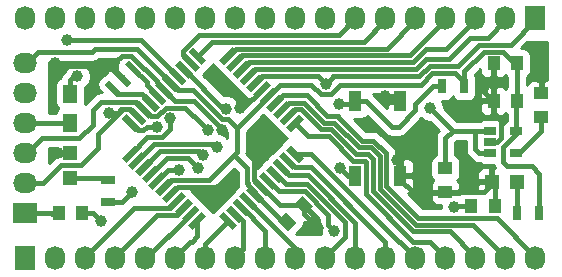
<source format=gtl>
%TF.GenerationSoftware,KiCad,Pcbnew,4.0.4-stable*%
%TF.CreationDate,2016-12-09T18:56:54+00:00*%
%TF.ProjectId,mightyduino,6D69676874796475696E6F2E6B696361,1.2*%
%TF.FileFunction,Copper,L1,Top,Signal*%
%FSLAX46Y46*%
G04 Gerber Fmt 4.6, Leading zero omitted, Abs format (unit mm)*
G04 Created by KiCad (PCBNEW 4.0.4-stable) date Friday, 09 '09e' December '09e' 2016, 18:56:54*
%MOMM*%
%LPD*%
G01*
G04 APERTURE LIST*
%ADD10C,0.100000*%
%ADD11R,1.250000X1.000000*%
%ADD12R,1.000000X1.250000*%
%ADD13R,1.198880X1.198880*%
%ADD14R,1.250000X1.500000*%
%ADD15R,1.727200X2.032000*%
%ADD16O,1.727200X2.032000*%
%ADD17R,2.032000X1.727200*%
%ADD18O,2.032000X1.727200*%
%ADD19R,1.300000X0.700000*%
%ADD20R,0.700000X1.300000*%
%ADD21R,1.000000X1.700000*%
%ADD22R,1.060000X0.650000*%
%ADD23C,1.000000*%
%ADD24C,0.400000*%
%ADD25C,0.254000*%
G04 APERTURE END LIST*
D10*
D11*
X165100000Y-113030000D03*
X165100000Y-115030000D03*
D12*
X171180000Y-107315000D03*
X169180000Y-107315000D03*
X171180000Y-104140000D03*
X169180000Y-104140000D03*
D10*
G36*
X151781281Y-118342602D02*
X150897398Y-117458719D01*
X151604505Y-116751612D01*
X152488388Y-117635495D01*
X151781281Y-118342602D01*
X151781281Y-118342602D01*
G37*
G36*
X153195495Y-116928388D02*
X152311612Y-116044505D01*
X153018719Y-115337398D01*
X153902602Y-116221281D01*
X153195495Y-116928388D01*
X153195495Y-116928388D01*
G37*
D12*
X167275000Y-116205000D03*
X169275000Y-116205000D03*
D13*
X133350000Y-113858040D03*
X133350000Y-111760000D03*
D14*
X133350000Y-109200000D03*
X133350000Y-106700000D03*
D10*
G36*
X143343177Y-103157302D02*
X143739156Y-102761323D01*
X144870527Y-103892694D01*
X144474548Y-104288673D01*
X143343177Y-103157302D01*
X143343177Y-103157302D01*
G37*
G36*
X142777492Y-103722988D02*
X143173471Y-103327009D01*
X144304842Y-104458380D01*
X143908863Y-104854359D01*
X142777492Y-103722988D01*
X142777492Y-103722988D01*
G37*
G36*
X142211807Y-104288673D02*
X142607786Y-103892694D01*
X143739157Y-105024065D01*
X143343178Y-105420044D01*
X142211807Y-104288673D01*
X142211807Y-104288673D01*
G37*
G36*
X141646121Y-104854358D02*
X142042100Y-104458379D01*
X143173471Y-105589750D01*
X142777492Y-105985729D01*
X141646121Y-104854358D01*
X141646121Y-104854358D01*
G37*
G36*
X141080436Y-105420044D02*
X141476415Y-105024065D01*
X142607786Y-106155436D01*
X142211807Y-106551415D01*
X141080436Y-105420044D01*
X141080436Y-105420044D01*
G37*
G36*
X140514750Y-105985729D02*
X140910729Y-105589750D01*
X142042100Y-106721121D01*
X141646121Y-107117100D01*
X140514750Y-105985729D01*
X140514750Y-105985729D01*
G37*
G36*
X139949065Y-106551415D02*
X140345044Y-106155436D01*
X141476415Y-107286807D01*
X141080436Y-107682786D01*
X139949065Y-106551415D01*
X139949065Y-106551415D01*
G37*
G36*
X139383379Y-107117100D02*
X139779358Y-106721121D01*
X140910729Y-107852492D01*
X140514750Y-108248471D01*
X139383379Y-107117100D01*
X139383379Y-107117100D01*
G37*
G36*
X138817694Y-107682786D02*
X139213673Y-107286807D01*
X140345044Y-108418178D01*
X139949065Y-108814157D01*
X138817694Y-107682786D01*
X138817694Y-107682786D01*
G37*
G36*
X138252009Y-108248471D02*
X138647988Y-107852492D01*
X139779359Y-108983863D01*
X139383380Y-109379842D01*
X138252009Y-108248471D01*
X138252009Y-108248471D01*
G37*
G36*
X137686323Y-108814156D02*
X138082302Y-108418177D01*
X139213673Y-109549548D01*
X138817694Y-109945527D01*
X137686323Y-108814156D01*
X137686323Y-108814156D01*
G37*
G36*
X138082302Y-112561823D02*
X137686323Y-112165844D01*
X138817694Y-111034473D01*
X139213673Y-111430452D01*
X138082302Y-112561823D01*
X138082302Y-112561823D01*
G37*
G36*
X138647988Y-113127508D02*
X138252009Y-112731529D01*
X139383380Y-111600158D01*
X139779359Y-111996137D01*
X138647988Y-113127508D01*
X138647988Y-113127508D01*
G37*
G36*
X139213673Y-113693193D02*
X138817694Y-113297214D01*
X139949065Y-112165843D01*
X140345044Y-112561822D01*
X139213673Y-113693193D01*
X139213673Y-113693193D01*
G37*
G36*
X139779358Y-114258879D02*
X139383379Y-113862900D01*
X140514750Y-112731529D01*
X140910729Y-113127508D01*
X139779358Y-114258879D01*
X139779358Y-114258879D01*
G37*
G36*
X140345044Y-114824564D02*
X139949065Y-114428585D01*
X141080436Y-113297214D01*
X141476415Y-113693193D01*
X140345044Y-114824564D01*
X140345044Y-114824564D01*
G37*
G36*
X140910729Y-115390250D02*
X140514750Y-114994271D01*
X141646121Y-113862900D01*
X142042100Y-114258879D01*
X140910729Y-115390250D01*
X140910729Y-115390250D01*
G37*
G36*
X141476415Y-115955935D02*
X141080436Y-115559956D01*
X142211807Y-114428585D01*
X142607786Y-114824564D01*
X141476415Y-115955935D01*
X141476415Y-115955935D01*
G37*
G36*
X142042100Y-116521621D02*
X141646121Y-116125642D01*
X142777492Y-114994271D01*
X143173471Y-115390250D01*
X142042100Y-116521621D01*
X142042100Y-116521621D01*
G37*
G36*
X142607786Y-117087306D02*
X142211807Y-116691327D01*
X143343178Y-115559956D01*
X143739157Y-115955935D01*
X142607786Y-117087306D01*
X142607786Y-117087306D01*
G37*
G36*
X143173471Y-117652991D02*
X142777492Y-117257012D01*
X143908863Y-116125641D01*
X144304842Y-116521620D01*
X143173471Y-117652991D01*
X143173471Y-117652991D01*
G37*
G36*
X143739156Y-118218677D02*
X143343177Y-117822698D01*
X144474548Y-116691327D01*
X144870527Y-117087306D01*
X143739156Y-118218677D01*
X143739156Y-118218677D01*
G37*
G36*
X145959473Y-117087306D02*
X146355452Y-116691327D01*
X147486823Y-117822698D01*
X147090844Y-118218677D01*
X145959473Y-117087306D01*
X145959473Y-117087306D01*
G37*
G36*
X146525158Y-116521620D02*
X146921137Y-116125641D01*
X148052508Y-117257012D01*
X147656529Y-117652991D01*
X146525158Y-116521620D01*
X146525158Y-116521620D01*
G37*
G36*
X147090843Y-115955935D02*
X147486822Y-115559956D01*
X148618193Y-116691327D01*
X148222214Y-117087306D01*
X147090843Y-115955935D01*
X147090843Y-115955935D01*
G37*
G36*
X147656529Y-115390250D02*
X148052508Y-114994271D01*
X149183879Y-116125642D01*
X148787900Y-116521621D01*
X147656529Y-115390250D01*
X147656529Y-115390250D01*
G37*
G36*
X148222214Y-114824564D02*
X148618193Y-114428585D01*
X149749564Y-115559956D01*
X149353585Y-115955935D01*
X148222214Y-114824564D01*
X148222214Y-114824564D01*
G37*
G36*
X148787900Y-114258879D02*
X149183879Y-113862900D01*
X150315250Y-114994271D01*
X149919271Y-115390250D01*
X148787900Y-114258879D01*
X148787900Y-114258879D01*
G37*
G36*
X149353585Y-113693193D02*
X149749564Y-113297214D01*
X150880935Y-114428585D01*
X150484956Y-114824564D01*
X149353585Y-113693193D01*
X149353585Y-113693193D01*
G37*
G36*
X149919271Y-113127508D02*
X150315250Y-112731529D01*
X151446621Y-113862900D01*
X151050642Y-114258879D01*
X149919271Y-113127508D01*
X149919271Y-113127508D01*
G37*
G36*
X150484956Y-112561822D02*
X150880935Y-112165843D01*
X152012306Y-113297214D01*
X151616327Y-113693193D01*
X150484956Y-112561822D01*
X150484956Y-112561822D01*
G37*
G36*
X151050641Y-111996137D02*
X151446620Y-111600158D01*
X152577991Y-112731529D01*
X152182012Y-113127508D01*
X151050641Y-111996137D01*
X151050641Y-111996137D01*
G37*
G36*
X151616327Y-111430452D02*
X152012306Y-111034473D01*
X153143677Y-112165844D01*
X152747698Y-112561823D01*
X151616327Y-111430452D01*
X151616327Y-111430452D01*
G37*
G36*
X152012306Y-109945527D02*
X151616327Y-109549548D01*
X152747698Y-108418177D01*
X153143677Y-108814156D01*
X152012306Y-109945527D01*
X152012306Y-109945527D01*
G37*
G36*
X151446620Y-109379842D02*
X151050641Y-108983863D01*
X152182012Y-107852492D01*
X152577991Y-108248471D01*
X151446620Y-109379842D01*
X151446620Y-109379842D01*
G37*
G36*
X150880935Y-108814157D02*
X150484956Y-108418178D01*
X151616327Y-107286807D01*
X152012306Y-107682786D01*
X150880935Y-108814157D01*
X150880935Y-108814157D01*
G37*
G36*
X150315250Y-108248471D02*
X149919271Y-107852492D01*
X151050642Y-106721121D01*
X151446621Y-107117100D01*
X150315250Y-108248471D01*
X150315250Y-108248471D01*
G37*
G36*
X149749564Y-107682786D02*
X149353585Y-107286807D01*
X150484956Y-106155436D01*
X150880935Y-106551415D01*
X149749564Y-107682786D01*
X149749564Y-107682786D01*
G37*
G36*
X149183879Y-107117100D02*
X148787900Y-106721121D01*
X149919271Y-105589750D01*
X150315250Y-105985729D01*
X149183879Y-107117100D01*
X149183879Y-107117100D01*
G37*
G36*
X148618193Y-106551415D02*
X148222214Y-106155436D01*
X149353585Y-105024065D01*
X149749564Y-105420044D01*
X148618193Y-106551415D01*
X148618193Y-106551415D01*
G37*
G36*
X148052508Y-105985729D02*
X147656529Y-105589750D01*
X148787900Y-104458379D01*
X149183879Y-104854358D01*
X148052508Y-105985729D01*
X148052508Y-105985729D01*
G37*
G36*
X147486822Y-105420044D02*
X147090843Y-105024065D01*
X148222214Y-103892694D01*
X148618193Y-104288673D01*
X147486822Y-105420044D01*
X147486822Y-105420044D01*
G37*
G36*
X146921137Y-104854359D02*
X146525158Y-104458380D01*
X147656529Y-103327009D01*
X148052508Y-103722988D01*
X146921137Y-104854359D01*
X146921137Y-104854359D01*
G37*
G36*
X146355452Y-104288673D02*
X145959473Y-103892694D01*
X147090844Y-102761323D01*
X147486823Y-103157302D01*
X146355452Y-104288673D01*
X146355452Y-104288673D01*
G37*
D15*
X172720000Y-100330000D03*
D16*
X170180000Y-100330000D03*
X167640000Y-100330000D03*
X165100000Y-100330000D03*
X162560000Y-100330000D03*
X160020000Y-100330000D03*
X157480000Y-100330000D03*
X154940000Y-100330000D03*
X152400000Y-100330000D03*
X149860000Y-100330000D03*
X147320000Y-100330000D03*
X144780000Y-100330000D03*
X142240000Y-100330000D03*
X139700000Y-100330000D03*
X137160000Y-100330000D03*
X134620000Y-100330000D03*
X132080000Y-100330000D03*
X129540000Y-100330000D03*
D17*
X129540000Y-116840000D03*
D18*
X129540000Y-114300000D03*
X129540000Y-111760000D03*
X129540000Y-109220000D03*
X129540000Y-106680000D03*
X129540000Y-104140000D03*
D15*
X129540000Y-120650000D03*
D16*
X132080000Y-120650000D03*
X134620000Y-120650000D03*
X137160000Y-120650000D03*
X139700000Y-120650000D03*
X142240000Y-120650000D03*
X144780000Y-120650000D03*
X147320000Y-120650000D03*
X149860000Y-120650000D03*
X152400000Y-120650000D03*
X154940000Y-120650000D03*
X157480000Y-120650000D03*
X160020000Y-120650000D03*
X162560000Y-120650000D03*
X165100000Y-120650000D03*
X167640000Y-120650000D03*
X170180000Y-120650000D03*
X172720000Y-120650000D03*
D19*
X136525000Y-113985000D03*
X136525000Y-115885000D03*
D20*
X171135000Y-116840000D03*
X173035000Y-116840000D03*
X166685000Y-106045000D03*
X164785000Y-106045000D03*
D21*
X161285000Y-107340000D03*
X161285000Y-113640000D03*
X157485000Y-107340000D03*
X157485000Y-113640000D03*
D10*
G36*
X137467256Y-104728702D02*
X138527916Y-105789362D01*
X138174362Y-106142916D01*
X137113702Y-105082256D01*
X137467256Y-104728702D01*
X137467256Y-104728702D01*
G37*
G36*
X136618728Y-105577231D02*
X137679388Y-106637891D01*
X137325834Y-106991445D01*
X136265174Y-105930785D01*
X136618728Y-105577231D01*
X136618728Y-105577231D01*
G37*
G36*
X138315785Y-103880174D02*
X139376445Y-104940834D01*
X139022891Y-105294388D01*
X137962231Y-104233728D01*
X138315785Y-103880174D01*
X138315785Y-103880174D01*
G37*
D11*
X173228000Y-108680000D03*
X173228000Y-106680000D03*
D22*
X168910000Y-109860000D03*
X168910000Y-110810000D03*
X168910000Y-111760000D03*
X171110000Y-111760000D03*
X171110000Y-109860000D03*
D12*
X134350000Y-116840000D03*
X132350000Y-116840000D03*
D13*
X171135040Y-114173000D03*
X169037000Y-114173000D03*
D23*
X133935385Y-105233385D03*
X163822829Y-107956465D03*
X160020000Y-106934000D03*
X132282054Y-111760000D03*
X146165037Y-109790027D03*
X147706105Y-107945886D03*
X168402000Y-106172000D03*
X173228000Y-105410000D03*
X146860979Y-114562042D03*
X160985044Y-112306288D03*
X132080000Y-104140000D03*
X150447089Y-110959956D03*
X154305000Y-118110000D03*
X135948435Y-117503217D03*
X133052249Y-102169145D03*
X156083000Y-107569000D03*
X156210000Y-113030000D03*
X155702000Y-118364000D03*
X165862000Y-116332000D03*
X146526847Y-107988081D03*
X144984669Y-109788297D03*
X136652568Y-108344166D03*
X140651136Y-109508531D03*
X141796339Y-108775979D03*
X145781169Y-111200508D03*
X144556867Y-111903948D03*
X144147632Y-113010725D03*
X142513334Y-113151649D03*
X154958820Y-105886108D03*
X138607800Y-115011200D03*
D24*
X168910000Y-109860000D02*
X167640000Y-109860000D01*
X167640000Y-109860000D02*
X165710000Y-109860000D01*
X168910000Y-111760000D02*
X167980000Y-111760000D01*
X167980000Y-111760000D02*
X167640000Y-111420000D01*
X167640000Y-111420000D02*
X167640000Y-109860000D01*
X165710000Y-109860000D02*
X165710000Y-109843636D01*
X165710000Y-109843636D02*
X163822829Y-107956465D01*
X165100000Y-113030000D02*
X165100000Y-110470000D01*
X165710000Y-109860000D02*
X165100000Y-110470000D01*
X133350000Y-106700000D02*
X133350000Y-105550000D01*
X133666615Y-105233385D02*
X133935385Y-105233385D01*
X133350000Y-105550000D02*
X133666615Y-105233385D01*
X163836364Y-107970000D02*
X163822829Y-107956465D01*
X146104253Y-114611662D02*
X146153873Y-114562042D01*
X141844111Y-115192260D02*
X142424709Y-114611662D01*
X142424709Y-114611662D02*
X146104253Y-114611662D01*
X146153873Y-114562042D02*
X146860979Y-114562042D01*
X160020000Y-106934000D02*
X160879000Y-106934000D01*
X160879000Y-106934000D02*
X161285000Y-107340000D01*
X141278425Y-106353425D02*
X140642030Y-105717030D01*
X140642030Y-105717030D02*
X140642030Y-105669003D01*
X140642030Y-105669003D02*
X138473191Y-103500164D01*
X138473191Y-103500164D02*
X137686960Y-103500164D01*
X137686960Y-103500164D02*
X137219769Y-103967355D01*
X137219769Y-103967355D02*
X137219769Y-104438772D01*
X133350000Y-111760000D02*
X132282054Y-111760000D01*
X137219769Y-104438772D02*
X137134380Y-104353383D01*
X137134380Y-104353383D02*
X132293383Y-104353383D01*
X132293383Y-104353383D02*
X132080000Y-104140000D01*
X143789949Y-107315966D02*
X146165037Y-109691054D01*
X146165037Y-109691054D02*
X146165037Y-109790027D01*
X142240966Y-107315966D02*
X143789949Y-107315966D01*
X141278425Y-106353425D02*
X142240966Y-107315966D01*
X147959114Y-107945886D02*
X147706105Y-107945886D01*
X149551575Y-106353425D02*
X147959114Y-107945886D01*
X168402000Y-106172000D02*
X168402000Y-106537000D01*
X168402000Y-106537000D02*
X169180000Y-107315000D01*
X173228000Y-106680000D02*
X173228000Y-105410000D01*
X165100000Y-115030000D02*
X162325000Y-115030000D01*
X162325000Y-115030000D02*
X161285000Y-113990000D01*
X161285000Y-113990000D02*
X161285000Y-113640000D01*
X161201288Y-112306288D02*
X160985044Y-112306288D01*
X161285000Y-112390000D02*
X161201288Y-112306288D01*
X161285000Y-113640000D02*
X161285000Y-112390000D01*
X164975000Y-115030000D02*
X165100000Y-115030000D01*
X168910000Y-110810000D02*
X169499002Y-110810000D01*
X169820001Y-110489001D02*
X169820001Y-108980001D01*
X169820001Y-108980001D02*
X169180000Y-108340000D01*
X169499002Y-110810000D02*
X169820001Y-110489001D01*
X169180000Y-108340000D02*
X169180000Y-107315000D01*
X169180000Y-107315000D02*
X169180000Y-104140000D01*
X165100000Y-115030000D02*
X168400980Y-115030000D01*
X148929505Y-112477540D02*
X149947090Y-111459955D01*
X149551575Y-114626575D02*
X148929505Y-114004504D01*
X149947090Y-111459955D02*
X150447089Y-110959956D01*
X148929505Y-114004504D02*
X148929505Y-112477540D01*
X153107107Y-116132893D02*
X153107107Y-116912107D01*
X153107107Y-116912107D02*
X154305000Y-118110000D01*
X137219769Y-104438772D02*
X137219769Y-104834769D01*
X137219769Y-104834769D02*
X137820809Y-105435809D01*
X153107107Y-116132893D02*
X151057893Y-116132893D01*
X151057893Y-116132893D02*
X149551575Y-114626575D01*
X168400980Y-115030000D02*
X169130980Y-114300000D01*
X169275000Y-116205000D02*
X169275000Y-114444020D01*
X169275000Y-114444020D02*
X169130980Y-114300000D01*
X150753655Y-106282716D02*
X150117260Y-106919111D01*
X151107896Y-105928475D02*
X150753655Y-106282716D01*
X155381222Y-106766110D02*
X154542034Y-106766110D01*
X153704399Y-105928475D02*
X151107896Y-105928475D01*
X163932742Y-104995000D02*
X162999265Y-105928477D01*
X154542034Y-106766110D02*
X153704399Y-105928475D01*
X156218855Y-105928477D02*
X155381222Y-106766110D01*
X162999265Y-105928477D02*
X156218855Y-105928477D01*
X165935000Y-104995000D02*
X163932742Y-104995000D01*
X166685000Y-105745000D02*
X165935000Y-104995000D01*
X166685000Y-106045000D02*
X166685000Y-105745000D01*
X173035000Y-116840000D02*
X173059835Y-116815165D01*
X173059835Y-116815165D02*
X173059835Y-113486679D01*
X173059835Y-113486679D02*
X172424881Y-112851725D01*
X170319812Y-112851725D02*
X169979546Y-112511459D01*
X172424881Y-112851725D02*
X170319812Y-112851725D01*
X169979546Y-112511459D02*
X169979546Y-111195454D01*
X169979546Y-111195454D02*
X171315000Y-109860000D01*
X171315000Y-109860000D02*
X171110000Y-109860000D01*
X141844111Y-105787740D02*
X138976526Y-102920155D01*
X138976526Y-102920155D02*
X135451252Y-102920155D01*
X135451252Y-102920155D02*
X135165859Y-103205548D01*
X135165859Y-103205548D02*
X130626852Y-103205548D01*
X130626852Y-103205548D02*
X129692400Y-104140000D01*
X129692400Y-104140000D02*
X129540000Y-104140000D01*
X141873349Y-114031651D02*
X141278425Y-114626575D01*
X145045279Y-114031651D02*
X141873349Y-114031651D01*
X146667265Y-112409665D02*
X145045279Y-114031651D01*
X142480506Y-106424135D02*
X143718377Y-106424135D01*
X143718377Y-106424135D02*
X146176750Y-108882508D01*
X146176750Y-108882508D02*
X146732627Y-108882508D01*
X146732627Y-108882508D02*
X147443245Y-109593126D01*
X141844111Y-105787740D02*
X142480506Y-106424135D01*
X148985889Y-115192260D02*
X148985889Y-114994285D01*
X148985889Y-114994285D02*
X148407890Y-114416286D01*
X148407890Y-114416286D02*
X148407890Y-114303148D01*
X148407890Y-114303148D02*
X148335170Y-114230428D01*
X148335170Y-114230428D02*
X148335170Y-113001381D01*
X148335170Y-113001381D02*
X147205360Y-111871570D01*
X147205360Y-111871570D02*
X146667265Y-112409665D01*
X147443245Y-109593126D02*
X147443245Y-111633685D01*
X147443245Y-111633685D02*
X146667265Y-112409665D01*
X171110000Y-109860000D02*
X171110000Y-107385000D01*
X171110000Y-107385000D02*
X171180000Y-107315000D01*
X171180000Y-107315000D02*
X171180000Y-104330998D01*
X171180000Y-104330998D02*
X169984001Y-103134999D01*
X169984001Y-103134999D02*
X168375999Y-103134999D01*
X168375999Y-103134999D02*
X166685000Y-104825998D01*
X166685000Y-104825998D02*
X166685000Y-104995000D01*
X166685000Y-104995000D02*
X166685000Y-106045000D01*
X171180000Y-104265000D02*
X171180000Y-104140000D01*
X171180000Y-107190000D02*
X171180000Y-107315000D01*
X147443245Y-109593126D02*
X149480865Y-107555506D01*
X149480865Y-107555506D02*
X150117260Y-106919111D01*
X151692893Y-117547107D02*
X151340736Y-117547107D01*
X151340736Y-117547107D02*
X148985889Y-115192260D01*
X134438073Y-116805964D02*
X135251182Y-116805964D01*
X135251182Y-116805964D02*
X135448436Y-117003218D01*
X135448436Y-117003218D02*
X135948435Y-117503217D01*
X142409796Y-105222054D02*
X139356887Y-102169145D01*
X133759355Y-102169145D02*
X133052249Y-102169145D01*
X139356887Y-102169145D02*
X133759355Y-102169145D01*
X156083000Y-107569000D02*
X157256000Y-107569000D01*
X157256000Y-107569000D02*
X157485000Y-107340000D01*
X158385000Y-107340000D02*
X157485000Y-107340000D01*
X161162546Y-109496456D02*
X160541456Y-109496456D01*
X160541456Y-109496456D02*
X158385000Y-107340000D01*
X164785000Y-106045000D02*
X164035000Y-106045000D01*
X162531224Y-107548776D02*
X162531224Y-108127778D01*
X162531224Y-108127778D02*
X161162546Y-109496456D01*
X164035000Y-106045000D02*
X162531224Y-107548776D01*
X157485000Y-113640000D02*
X156820000Y-113640000D01*
X156820000Y-113640000D02*
X156210000Y-113030000D01*
X129540000Y-116840000D02*
X132359555Y-116840000D01*
X132359555Y-116840000D02*
X132374421Y-116854866D01*
X132374421Y-116854866D02*
X131750590Y-116854866D01*
X131750590Y-116854866D02*
X131733411Y-116837687D01*
X155202001Y-116983263D02*
X153176126Y-114957388D01*
X155702000Y-118364000D02*
X155202001Y-117864001D01*
X155202001Y-117864001D02*
X155202001Y-116983263D01*
X153176126Y-114957388D02*
X151013759Y-114957388D01*
X150753655Y-114697284D02*
X150117260Y-114060889D01*
X151013759Y-114957388D02*
X150753655Y-114697284D01*
X165989000Y-116205000D02*
X165862000Y-116332000D01*
X167275000Y-116205000D02*
X165989000Y-116205000D01*
X171135000Y-114394020D02*
X171229020Y-114300000D01*
X171135000Y-116840000D02*
X171135000Y-114394020D01*
X133350000Y-113858040D02*
X136398040Y-113858040D01*
X136398040Y-113858040D02*
X136525000Y-113985000D01*
X133350000Y-109200000D02*
X129560000Y-109200000D01*
X129560000Y-109200000D02*
X129540000Y-109220000D01*
X129540000Y-120650000D02*
X129540000Y-120497600D01*
X129387600Y-109220000D02*
X129540000Y-109220000D01*
X145325829Y-102306021D02*
X144375551Y-103256299D01*
X144375551Y-103256299D02*
X144106852Y-103524998D01*
X158196379Y-102306021D02*
X145325829Y-102306021D01*
X160020000Y-100482400D02*
X158196379Y-102306021D01*
X160020000Y-100330000D02*
X160020000Y-100482400D01*
X142904772Y-103454289D02*
X143541167Y-104090684D01*
X156083990Y-101726010D02*
X144237052Y-101726010D01*
X157480000Y-100330000D02*
X156083990Y-101726010D01*
X142904772Y-103058290D02*
X142904772Y-103454289D01*
X144237052Y-101726010D02*
X142904772Y-103058290D01*
X146307194Y-107988081D02*
X146526847Y-107988081D01*
X142975482Y-104656369D02*
X146307194Y-107988081D01*
X138669338Y-104587281D02*
X138691308Y-104587281D01*
X138691308Y-104587281D02*
X139821990Y-105717963D01*
X139821990Y-105717963D02*
X139821990Y-105940311D01*
X139821990Y-105940311D02*
X140712740Y-106831061D01*
X140712740Y-106831061D02*
X140712740Y-106919111D01*
X140147054Y-107484796D02*
X139397249Y-106734991D01*
X139397249Y-106734991D02*
X137448209Y-106734991D01*
X137448209Y-106734991D02*
X136997556Y-106284338D01*
X136997556Y-106284338D02*
X136972281Y-106284338D01*
X139581369Y-108050482D02*
X138944974Y-107414087D01*
X138944974Y-107414087D02*
X135922755Y-107414087D01*
X135922755Y-107414087D02*
X135231213Y-108105629D01*
X135231213Y-108105629D02*
X135231213Y-109377789D01*
X135231213Y-109377789D02*
X134112602Y-110496400D01*
X134112602Y-110496400D02*
X130956000Y-110496400D01*
X130956000Y-110496400D02*
X129692400Y-111760000D01*
X129692400Y-111760000D02*
X129540000Y-111760000D01*
X139581369Y-108050482D02*
X140159368Y-108628481D01*
X140672157Y-108628481D02*
X141404662Y-107895977D01*
X140159368Y-108628481D02*
X140672157Y-108628481D01*
X141404662Y-107895977D02*
X143092349Y-107895977D01*
X143092349Y-107895977D02*
X144484670Y-109288298D01*
X144484670Y-109288298D02*
X144984669Y-109788297D01*
X136652568Y-108344166D02*
X137359674Y-108344166D01*
X137359674Y-108344166D02*
X137665673Y-108038167D01*
X137665673Y-108038167D02*
X138437684Y-108038167D01*
X138437684Y-108038167D02*
X139015684Y-108616167D01*
X129540000Y-114300000D02*
X131025159Y-114300000D01*
X131025159Y-114300000D02*
X132585718Y-112739441D01*
X138393615Y-107994098D02*
X139015684Y-108616167D01*
X132585718Y-112739441D02*
X134253441Y-112739441D01*
X134253441Y-112739441D02*
X135690142Y-111302740D01*
X135690142Y-111302740D02*
X135690142Y-110142785D01*
X135690142Y-110142785D02*
X137838829Y-107994098D01*
X137838829Y-107994098D02*
X138393615Y-107994098D01*
X129540000Y-114300000D02*
X129387600Y-114300000D01*
X149860000Y-100177600D02*
X149860000Y-100330000D01*
X139529612Y-109818247D02*
X139839328Y-109508531D01*
X139944030Y-109508531D02*
X140651136Y-109508531D01*
X139839328Y-109508531D02*
X139944030Y-109508531D01*
X138449998Y-109181852D02*
X139086393Y-109818247D01*
X139086393Y-109818247D02*
X139529612Y-109818247D01*
X141073537Y-110388532D02*
X141796339Y-109665728D01*
X141796339Y-109665728D02*
X141796339Y-109483085D01*
X139859614Y-110388532D02*
X141073537Y-110388532D01*
X138449998Y-111798148D02*
X139859614Y-110388532D01*
X141796339Y-109483085D02*
X141796339Y-108775979D01*
X145549200Y-110968539D02*
X145781169Y-111200508D01*
X140410978Y-110968539D02*
X145549200Y-110968539D01*
X139015684Y-112363833D02*
X140410978Y-110968539D01*
X140962339Y-111548548D02*
X144201467Y-111548548D01*
X144201467Y-111548548D02*
X144556867Y-111903948D01*
X139581369Y-112929518D02*
X140962339Y-111548548D01*
X140147054Y-113495204D02*
X141513701Y-112128557D01*
X141513701Y-112128557D02*
X143265464Y-112128557D01*
X143265464Y-112128557D02*
X143647633Y-112510726D01*
X143647633Y-112510726D02*
X144147632Y-113010725D01*
X141806228Y-113151649D02*
X142513334Y-113151649D01*
X141621980Y-113151649D02*
X141806228Y-113151649D01*
X140712740Y-114060889D02*
X141621980Y-113151649D01*
X134620000Y-120497600D02*
X134620000Y-120650000D01*
X138737585Y-116380015D02*
X134620000Y-120497600D01*
X141787727Y-116380015D02*
X138737585Y-116380015D01*
X142409796Y-115757946D02*
X141787727Y-116380015D01*
X137160000Y-120650000D02*
X137160000Y-120497600D01*
X137160000Y-120497600D02*
X140697574Y-116960026D01*
X140697574Y-116960026D02*
X142339087Y-116960026D01*
X142339087Y-116960026D02*
X142975482Y-116323631D01*
X143541167Y-116889316D02*
X139780483Y-120650000D01*
X139780483Y-120650000D02*
X139700000Y-120650000D01*
X144106852Y-117455002D02*
X144106852Y-118783148D01*
X144106852Y-118783148D02*
X143656000Y-119234000D01*
X143656000Y-119234000D02*
X143503600Y-119234000D01*
X143503600Y-119234000D02*
X142240000Y-120497600D01*
X142240000Y-120497600D02*
X142240000Y-120650000D01*
X144780000Y-120650000D02*
X144780000Y-119398150D01*
X144780000Y-119398150D02*
X146723148Y-117455002D01*
X147320000Y-120650000D02*
X147320000Y-120497600D01*
X147320000Y-120497600D02*
X147955000Y-119862600D01*
X147955000Y-119862600D02*
X147955000Y-117555483D01*
X147955000Y-117555483D02*
X147925228Y-117525711D01*
X147925228Y-117525711D02*
X147288833Y-116889316D01*
X147854518Y-116323631D02*
X149860000Y-118329113D01*
X149860000Y-118329113D02*
X149860000Y-120650000D01*
X148420204Y-115757946D02*
X152400000Y-119737742D01*
X152400000Y-119737742D02*
X152400000Y-120650000D01*
X151319341Y-114131599D02*
X150682946Y-113495204D01*
X154940000Y-120497600D02*
X156582001Y-118855599D01*
X156582001Y-118855599D02*
X156582001Y-117543004D01*
X156582001Y-117543004D02*
X153416374Y-114377377D01*
X154940000Y-120650000D02*
X154940000Y-120497600D01*
X153416374Y-114377377D02*
X151565119Y-114377377D01*
X151565119Y-114377377D02*
X151319341Y-114131599D01*
X157480000Y-120650000D02*
X157480000Y-117620744D01*
X157480000Y-117620744D02*
X153425169Y-113565913D01*
X153425169Y-113565913D02*
X151885026Y-113565913D01*
X151885026Y-113565913D02*
X151248631Y-112929518D01*
X151814316Y-112363833D02*
X152392316Y-112941833D01*
X152392316Y-112941833D02*
X153727833Y-112941833D01*
X153727833Y-112941833D02*
X160020000Y-119234000D01*
X160020000Y-119234000D02*
X160020000Y-120650000D01*
X161144000Y-119234000D02*
X153708148Y-111798148D01*
X153708148Y-111798148D02*
X152380002Y-111798148D01*
X162560000Y-120650000D02*
X162560000Y-120497600D01*
X162560000Y-120497600D02*
X161296400Y-119234000D01*
X161296400Y-119234000D02*
X161144000Y-119234000D01*
X158289001Y-112409999D02*
X157303638Y-112409997D01*
X157303638Y-112409997D02*
X155203686Y-110310038D01*
X155203686Y-110310038D02*
X154902574Y-110310037D01*
X154902574Y-110310037D02*
X153508186Y-110310036D01*
X153508186Y-110310036D02*
X152648701Y-109450551D01*
X152648701Y-109450551D02*
X152380002Y-109181852D01*
X158365001Y-112485999D02*
X158289001Y-112409999D01*
X158365001Y-115214780D02*
X158365001Y-112485999D01*
X162384221Y-119234000D02*
X158365001Y-115214780D01*
X163836400Y-119234000D02*
X162384221Y-119234000D01*
X165100000Y-120497600D02*
X163836400Y-119234000D01*
X165100000Y-120650000D02*
X165100000Y-120497600D01*
X157543888Y-111829987D02*
X158529249Y-111829988D01*
X158529249Y-111829988D02*
X158945012Y-112245751D01*
X158945012Y-112245751D02*
X158945012Y-114974532D01*
X158945012Y-114974532D02*
X162342504Y-118372024D01*
X167640000Y-120497600D02*
X167640000Y-120650000D01*
X165514424Y-118372024D02*
X167640000Y-120497600D01*
X162342504Y-118372024D02*
X165514424Y-118372024D01*
X152392315Y-108038168D02*
X152905108Y-108038168D01*
X155443936Y-109730028D02*
X157543888Y-111829987D01*
X152905108Y-108038168D02*
X154596966Y-109730026D01*
X154596966Y-109730026D02*
X155443936Y-109730028D01*
X151814316Y-108616167D02*
X152392315Y-108038168D01*
X151840956Y-107458157D02*
X151248631Y-108050482D01*
X153145356Y-107458157D02*
X151840956Y-107458157D01*
X154837214Y-109150016D02*
X153145356Y-107458157D01*
X155684178Y-109150017D02*
X154837214Y-109150016D01*
X155684184Y-109150018D02*
X155684178Y-109150017D01*
X157784138Y-111249977D02*
X155684184Y-109150018D01*
X158769497Y-111249978D02*
X157784138Y-111249977D01*
X159525023Y-112005503D02*
X158769497Y-111249978D01*
X159525023Y-114734284D02*
X159525023Y-112005503D01*
X162582752Y-117792013D02*
X159525023Y-114734284D01*
X167474413Y-117792013D02*
X162582752Y-117792013D01*
X170180000Y-120497600D02*
X167474413Y-117792013D01*
X170180000Y-120650000D02*
X170180000Y-120497600D01*
X151319341Y-106848401D02*
X150682946Y-107484796D01*
X160105033Y-111765254D02*
X159009744Y-110669968D01*
X159009744Y-110669968D02*
X158024387Y-110669967D01*
X155924425Y-108570007D02*
X155077462Y-108570006D01*
X155962872Y-108608454D02*
X155924425Y-108570007D01*
X156016516Y-108617395D02*
X155962872Y-108608454D01*
X155077462Y-108570006D02*
X153355857Y-106848401D01*
X160105034Y-114494036D02*
X160105033Y-111765254D01*
X158024387Y-110669967D02*
X156128254Y-108773828D01*
X162823000Y-117212002D02*
X160105034Y-114494036D01*
X153355857Y-106848401D02*
X151319341Y-106848401D01*
X169434402Y-117212002D02*
X162823000Y-117212002D01*
X172720000Y-120497600D02*
X169434402Y-117212002D01*
X156128254Y-108773828D02*
X156016516Y-108617395D01*
X172720000Y-120650000D02*
X172720000Y-120497600D01*
X172720000Y-100330000D02*
X172720000Y-100482400D01*
X154458821Y-105386109D02*
X154958820Y-105886108D01*
X172720000Y-100482400D02*
X170647412Y-102554988D01*
X170647412Y-102554988D02*
X167932351Y-102554988D01*
X167932351Y-102554988D02*
X166165350Y-104321989D01*
X148985889Y-105787740D02*
X149563889Y-105209740D01*
X163785493Y-104321989D02*
X162857820Y-105249662D01*
X166165350Y-104321989D02*
X163785493Y-104321989D01*
X155458819Y-105386109D02*
X154958820Y-105886108D01*
X155595266Y-105249662D02*
X155458819Y-105386109D01*
X154282452Y-105209740D02*
X154458821Y-105386109D01*
X149563889Y-105209740D02*
X154282452Y-105209740D01*
X162857820Y-105249662D02*
X155595266Y-105249662D01*
X136525000Y-115885000D02*
X137734000Y-115885000D01*
X137734000Y-115885000D02*
X138607800Y-115011200D01*
X136525000Y-115885000D02*
X137032892Y-115885000D01*
X149016194Y-104626064D02*
X148420204Y-105222054D01*
X162596854Y-104626064D02*
X149016194Y-104626064D01*
X167148505Y-101974977D02*
X165381504Y-103741978D01*
X170180000Y-100482400D02*
X168687423Y-101974977D01*
X170180000Y-100330000D02*
X170180000Y-100482400D01*
X165381504Y-103741978D02*
X163480940Y-103741978D01*
X163480940Y-103741978D02*
X162596854Y-104626064D01*
X168687423Y-101974977D02*
X167148505Y-101974977D01*
X167640000Y-100330000D02*
X167640000Y-100482400D01*
X148464833Y-104046054D02*
X147854518Y-104656369D01*
X167640000Y-100482400D02*
X165164441Y-102957959D01*
X163444700Y-102957959D02*
X162356606Y-104046053D01*
X165164441Y-102957959D02*
X163444700Y-102957959D01*
X162356606Y-104046053D02*
X148464833Y-104046054D01*
X165100000Y-100482400D02*
X165100000Y-100330000D01*
X162116357Y-103466043D02*
X165100000Y-100482400D01*
X147288833Y-104090684D02*
X147913474Y-103466043D01*
X147913474Y-103466043D02*
X162116357Y-103466043D01*
X147362114Y-102886032D02*
X147359543Y-102888603D01*
X162560000Y-100482400D02*
X160156368Y-102886032D01*
X147359543Y-102888603D02*
X146723148Y-103524998D01*
X162560000Y-100330000D02*
X162560000Y-100482400D01*
X160156368Y-102886032D02*
X147362114Y-102886032D01*
X171110000Y-111760000D02*
X171315000Y-111760000D01*
X171315000Y-111760000D02*
X173228000Y-109847000D01*
X173228000Y-109847000D02*
X173228000Y-109580000D01*
X173228000Y-109580000D02*
X173228000Y-108680000D01*
D25*
G36*
X154367001Y-117329131D02*
X154367001Y-117864001D01*
X154430562Y-118183542D01*
X154566978Y-118387704D01*
X154566803Y-118588775D01*
X154578879Y-118618000D01*
X152461127Y-118618000D01*
X152441314Y-118598187D01*
X152946197Y-118093304D01*
X153081282Y-117895601D01*
X153135766Y-117644439D01*
X153120515Y-117563388D01*
X153321805Y-117563388D01*
X153555194Y-117466715D01*
X153796006Y-117225903D01*
X153796006Y-117001397D01*
X153107107Y-116312498D01*
X153092965Y-116326641D01*
X152913360Y-116147036D01*
X152927502Y-116132893D01*
X152913360Y-116118751D01*
X153034990Y-115997120D01*
X154367001Y-117329131D01*
X154367001Y-117329131D01*
G37*
X154367001Y-117329131D02*
X154367001Y-117864001D01*
X154430562Y-118183542D01*
X154566978Y-118387704D01*
X154566803Y-118588775D01*
X154578879Y-118618000D01*
X152461127Y-118618000D01*
X152441314Y-118598187D01*
X152946197Y-118093304D01*
X153081282Y-117895601D01*
X153135766Y-117644439D01*
X153120515Y-117563388D01*
X153321805Y-117563388D01*
X153555194Y-117466715D01*
X153796006Y-117225903D01*
X153796006Y-117001397D01*
X153107107Y-116312498D01*
X153092965Y-116326641D01*
X152913360Y-116147036D01*
X152927502Y-116132893D01*
X152913360Y-116118751D01*
X153034990Y-115997120D01*
X154367001Y-117329131D01*
G36*
X147500170Y-113347250D02*
X147500170Y-114230428D01*
X147563731Y-114549969D01*
X147570725Y-114560436D01*
X147198720Y-114932441D01*
X147127305Y-115036960D01*
X147029013Y-115102147D01*
X146633034Y-115498126D01*
X146561618Y-115602646D01*
X146463328Y-115667832D01*
X146067349Y-116063811D01*
X145995932Y-116168333D01*
X145897643Y-116233518D01*
X145501664Y-116629497D01*
X145413708Y-116758225D01*
X145328336Y-116629497D01*
X144932357Y-116233518D01*
X144827838Y-116162103D01*
X144762651Y-116063811D01*
X144366672Y-115667832D01*
X144262152Y-115596416D01*
X144196966Y-115498126D01*
X143800987Y-115102147D01*
X143696465Y-115030730D01*
X143631280Y-114932441D01*
X143565490Y-114866651D01*
X145045279Y-114866651D01*
X145364820Y-114803090D01*
X145635713Y-114622085D01*
X147205359Y-113052439D01*
X147500170Y-113347250D01*
X147500170Y-113347250D01*
G37*
X147500170Y-113347250D02*
X147500170Y-114230428D01*
X147563731Y-114549969D01*
X147570725Y-114560436D01*
X147198720Y-114932441D01*
X147127305Y-115036960D01*
X147029013Y-115102147D01*
X146633034Y-115498126D01*
X146561618Y-115602646D01*
X146463328Y-115667832D01*
X146067349Y-116063811D01*
X145995932Y-116168333D01*
X145897643Y-116233518D01*
X145501664Y-116629497D01*
X145413708Y-116758225D01*
X145328336Y-116629497D01*
X144932357Y-116233518D01*
X144827838Y-116162103D01*
X144762651Y-116063811D01*
X144366672Y-115667832D01*
X144262152Y-115596416D01*
X144196966Y-115498126D01*
X143800987Y-115102147D01*
X143696465Y-115030730D01*
X143631280Y-114932441D01*
X143565490Y-114866651D01*
X145045279Y-114866651D01*
X145364820Y-114803090D01*
X145635713Y-114622085D01*
X147205359Y-113052439D01*
X147500170Y-113347250D01*
G36*
X159951022Y-110086890D02*
X160221915Y-110267895D01*
X160541456Y-110331456D01*
X161162546Y-110331456D01*
X161482087Y-110267895D01*
X161752980Y-110086890D01*
X163050524Y-108789346D01*
X163179064Y-108918110D01*
X163596073Y-109091268D01*
X163776922Y-109091426D01*
X164537314Y-109851818D01*
X164509566Y-109879566D01*
X164328561Y-110150459D01*
X164265000Y-110470000D01*
X164265000Y-111922074D01*
X164239683Y-111926838D01*
X164023559Y-112065910D01*
X163878569Y-112278110D01*
X163827560Y-112530000D01*
X163827560Y-113530000D01*
X163871838Y-113765317D01*
X164010910Y-113981441D01*
X164079006Y-114027969D01*
X163936673Y-114170302D01*
X163840000Y-114403691D01*
X163840000Y-114744250D01*
X163998750Y-114903000D01*
X164973000Y-114903000D01*
X164973000Y-114883000D01*
X165227000Y-114883000D01*
X165227000Y-114903000D01*
X166201250Y-114903000D01*
X166360000Y-114744250D01*
X166360000Y-114403691D01*
X166263327Y-114170302D01*
X166122090Y-114029064D01*
X166176441Y-113994090D01*
X166321431Y-113781890D01*
X166372440Y-113530000D01*
X166372440Y-113447250D01*
X167802560Y-113447250D01*
X167802560Y-113887250D01*
X167961310Y-114046000D01*
X168910000Y-114046000D01*
X168910000Y-113097310D01*
X168751250Y-112938560D01*
X168311251Y-112938560D01*
X168077862Y-113035233D01*
X167899233Y-113213861D01*
X167802560Y-113447250D01*
X166372440Y-113447250D01*
X166372440Y-112530000D01*
X166328162Y-112294683D01*
X166189090Y-112078559D01*
X165976890Y-111933569D01*
X165935000Y-111925086D01*
X165935000Y-110815868D01*
X166055868Y-110695000D01*
X166805000Y-110695000D01*
X166805000Y-111420000D01*
X166868561Y-111739541D01*
X167034037Y-111987193D01*
X167049566Y-112010434D01*
X167389566Y-112350434D01*
X167660460Y-112531440D01*
X167980000Y-112595000D01*
X168001614Y-112595000D01*
X168128110Y-112681431D01*
X168380000Y-112732440D01*
X169188502Y-112732440D01*
X169208107Y-112831000D01*
X169297109Y-112964201D01*
X169164000Y-113097310D01*
X169164000Y-114046000D01*
X169184000Y-114046000D01*
X169184000Y-114300000D01*
X169164000Y-114300000D01*
X169164000Y-114320000D01*
X168910000Y-114320000D01*
X168910000Y-114300000D01*
X167961310Y-114300000D01*
X167802560Y-114458750D01*
X167802560Y-114898750D01*
X167820370Y-114941748D01*
X167775000Y-114932560D01*
X166775000Y-114932560D01*
X166539683Y-114976838D01*
X166323559Y-115115910D01*
X166257232Y-115212982D01*
X166201250Y-115157000D01*
X165227000Y-115157000D01*
X165227000Y-115177000D01*
X164973000Y-115177000D01*
X164973000Y-115157000D01*
X163998750Y-115157000D01*
X163840000Y-115315750D01*
X163840000Y-115656309D01*
X163936673Y-115889698D01*
X164115301Y-116068327D01*
X164348690Y-116165000D01*
X164727145Y-116165000D01*
X164726960Y-116377002D01*
X163168868Y-116377002D01*
X161915239Y-115123373D01*
X162144699Y-115028327D01*
X162323327Y-114849698D01*
X162420000Y-114616309D01*
X162420000Y-113925750D01*
X162261250Y-113767000D01*
X161412000Y-113767000D01*
X161412000Y-113787000D01*
X161158000Y-113787000D01*
X161158000Y-113767000D01*
X161138000Y-113767000D01*
X161138000Y-113513000D01*
X161158000Y-113513000D01*
X161158000Y-112313750D01*
X161412000Y-112313750D01*
X161412000Y-113513000D01*
X162261250Y-113513000D01*
X162420000Y-113354250D01*
X162420000Y-112663691D01*
X162323327Y-112430302D01*
X162144699Y-112251673D01*
X161911310Y-112155000D01*
X161570750Y-112155000D01*
X161412000Y-112313750D01*
X161158000Y-112313750D01*
X160999250Y-112155000D01*
X160940033Y-112155000D01*
X160940033Y-111765254D01*
X160882161Y-111474312D01*
X160876472Y-111445712D01*
X160739980Y-111241439D01*
X160695467Y-111174820D01*
X160695466Y-111174819D01*
X159600177Y-110079533D01*
X159492158Y-110007357D01*
X159329286Y-109898529D01*
X159329284Y-109898529D01*
X159329283Y-109898528D01*
X159168429Y-109866532D01*
X159009745Y-109834968D01*
X158370256Y-109834967D01*
X157372732Y-108837440D01*
X157985000Y-108837440D01*
X158220317Y-108793162D01*
X158436441Y-108654090D01*
X158469637Y-108605505D01*
X159951022Y-110086890D01*
X159951022Y-110086890D01*
G37*
X159951022Y-110086890D02*
X160221915Y-110267895D01*
X160541456Y-110331456D01*
X161162546Y-110331456D01*
X161482087Y-110267895D01*
X161752980Y-110086890D01*
X163050524Y-108789346D01*
X163179064Y-108918110D01*
X163596073Y-109091268D01*
X163776922Y-109091426D01*
X164537314Y-109851818D01*
X164509566Y-109879566D01*
X164328561Y-110150459D01*
X164265000Y-110470000D01*
X164265000Y-111922074D01*
X164239683Y-111926838D01*
X164023559Y-112065910D01*
X163878569Y-112278110D01*
X163827560Y-112530000D01*
X163827560Y-113530000D01*
X163871838Y-113765317D01*
X164010910Y-113981441D01*
X164079006Y-114027969D01*
X163936673Y-114170302D01*
X163840000Y-114403691D01*
X163840000Y-114744250D01*
X163998750Y-114903000D01*
X164973000Y-114903000D01*
X164973000Y-114883000D01*
X165227000Y-114883000D01*
X165227000Y-114903000D01*
X166201250Y-114903000D01*
X166360000Y-114744250D01*
X166360000Y-114403691D01*
X166263327Y-114170302D01*
X166122090Y-114029064D01*
X166176441Y-113994090D01*
X166321431Y-113781890D01*
X166372440Y-113530000D01*
X166372440Y-113447250D01*
X167802560Y-113447250D01*
X167802560Y-113887250D01*
X167961310Y-114046000D01*
X168910000Y-114046000D01*
X168910000Y-113097310D01*
X168751250Y-112938560D01*
X168311251Y-112938560D01*
X168077862Y-113035233D01*
X167899233Y-113213861D01*
X167802560Y-113447250D01*
X166372440Y-113447250D01*
X166372440Y-112530000D01*
X166328162Y-112294683D01*
X166189090Y-112078559D01*
X165976890Y-111933569D01*
X165935000Y-111925086D01*
X165935000Y-110815868D01*
X166055868Y-110695000D01*
X166805000Y-110695000D01*
X166805000Y-111420000D01*
X166868561Y-111739541D01*
X167034037Y-111987193D01*
X167049566Y-112010434D01*
X167389566Y-112350434D01*
X167660460Y-112531440D01*
X167980000Y-112595000D01*
X168001614Y-112595000D01*
X168128110Y-112681431D01*
X168380000Y-112732440D01*
X169188502Y-112732440D01*
X169208107Y-112831000D01*
X169297109Y-112964201D01*
X169164000Y-113097310D01*
X169164000Y-114046000D01*
X169184000Y-114046000D01*
X169184000Y-114300000D01*
X169164000Y-114300000D01*
X169164000Y-114320000D01*
X168910000Y-114320000D01*
X168910000Y-114300000D01*
X167961310Y-114300000D01*
X167802560Y-114458750D01*
X167802560Y-114898750D01*
X167820370Y-114941748D01*
X167775000Y-114932560D01*
X166775000Y-114932560D01*
X166539683Y-114976838D01*
X166323559Y-115115910D01*
X166257232Y-115212982D01*
X166201250Y-115157000D01*
X165227000Y-115157000D01*
X165227000Y-115177000D01*
X164973000Y-115177000D01*
X164973000Y-115157000D01*
X163998750Y-115157000D01*
X163840000Y-115315750D01*
X163840000Y-115656309D01*
X163936673Y-115889698D01*
X164115301Y-116068327D01*
X164348690Y-116165000D01*
X164727145Y-116165000D01*
X164726960Y-116377002D01*
X163168868Y-116377002D01*
X161915239Y-115123373D01*
X162144699Y-115028327D01*
X162323327Y-114849698D01*
X162420000Y-114616309D01*
X162420000Y-113925750D01*
X162261250Y-113767000D01*
X161412000Y-113767000D01*
X161412000Y-113787000D01*
X161158000Y-113787000D01*
X161158000Y-113767000D01*
X161138000Y-113767000D01*
X161138000Y-113513000D01*
X161158000Y-113513000D01*
X161158000Y-112313750D01*
X161412000Y-112313750D01*
X161412000Y-113513000D01*
X162261250Y-113513000D01*
X162420000Y-113354250D01*
X162420000Y-112663691D01*
X162323327Y-112430302D01*
X162144699Y-112251673D01*
X161911310Y-112155000D01*
X161570750Y-112155000D01*
X161412000Y-112313750D01*
X161158000Y-112313750D01*
X160999250Y-112155000D01*
X160940033Y-112155000D01*
X160940033Y-111765254D01*
X160882161Y-111474312D01*
X160876472Y-111445712D01*
X160739980Y-111241439D01*
X160695467Y-111174820D01*
X160695466Y-111174819D01*
X159600177Y-110079533D01*
X159492158Y-110007357D01*
X159329286Y-109898529D01*
X159329284Y-109898529D01*
X159329283Y-109898528D01*
X159168429Y-109866532D01*
X159009745Y-109834968D01*
X158370256Y-109834967D01*
X157372732Y-108837440D01*
X157985000Y-108837440D01*
X158220317Y-108793162D01*
X158436441Y-108654090D01*
X158469637Y-108605505D01*
X159951022Y-110086890D01*
G36*
X169402000Y-116078000D02*
X169422000Y-116078000D01*
X169422000Y-116332000D01*
X169402000Y-116332000D01*
X169402000Y-116352000D01*
X169148000Y-116352000D01*
X169148000Y-116332000D01*
X169128000Y-116332000D01*
X169128000Y-116078000D01*
X169148000Y-116078000D01*
X169148000Y-116058000D01*
X169402000Y-116058000D01*
X169402000Y-116078000D01*
X169402000Y-116078000D01*
G37*
X169402000Y-116078000D02*
X169422000Y-116078000D01*
X169422000Y-116332000D01*
X169402000Y-116332000D01*
X169402000Y-116352000D01*
X169148000Y-116352000D01*
X169148000Y-116332000D01*
X169128000Y-116332000D01*
X169128000Y-116078000D01*
X169148000Y-116078000D01*
X169148000Y-116058000D01*
X169402000Y-116058000D01*
X169402000Y-116078000D01*
G36*
X149857441Y-108706280D02*
X149961960Y-108777695D01*
X150027147Y-108875987D01*
X150423126Y-109271966D01*
X150527646Y-109343382D01*
X150592832Y-109441672D01*
X150988811Y-109837651D01*
X151093333Y-109909068D01*
X151158518Y-110007357D01*
X151554497Y-110403336D01*
X151683225Y-110491292D01*
X151554497Y-110576664D01*
X151158518Y-110972643D01*
X151087103Y-111077162D01*
X150988811Y-111142349D01*
X150592832Y-111538328D01*
X150521416Y-111642848D01*
X150423126Y-111708034D01*
X150027147Y-112104013D01*
X149955730Y-112208535D01*
X149857441Y-112273720D01*
X149461462Y-112669699D01*
X149390047Y-112774218D01*
X149291755Y-112839405D01*
X149163469Y-112967691D01*
X149106609Y-112681840D01*
X148925604Y-112410947D01*
X148256693Y-111742035D01*
X148278245Y-111633685D01*
X148278245Y-109938994D01*
X149684200Y-108533039D01*
X149857441Y-108706280D01*
X149857441Y-108706280D01*
G37*
X149857441Y-108706280D02*
X149961960Y-108777695D01*
X150027147Y-108875987D01*
X150423126Y-109271966D01*
X150527646Y-109343382D01*
X150592832Y-109441672D01*
X150988811Y-109837651D01*
X151093333Y-109909068D01*
X151158518Y-110007357D01*
X151554497Y-110403336D01*
X151683225Y-110491292D01*
X151554497Y-110576664D01*
X151158518Y-110972643D01*
X151087103Y-111077162D01*
X150988811Y-111142349D01*
X150592832Y-111538328D01*
X150521416Y-111642848D01*
X150423126Y-111708034D01*
X150027147Y-112104013D01*
X149955730Y-112208535D01*
X149857441Y-112273720D01*
X149461462Y-112669699D01*
X149390047Y-112774218D01*
X149291755Y-112839405D01*
X149163469Y-112967691D01*
X149106609Y-112681840D01*
X148925604Y-112410947D01*
X148256693Y-111742035D01*
X148278245Y-111633685D01*
X148278245Y-109938994D01*
X149684200Y-108533039D01*
X149857441Y-108706280D01*
G36*
X132115560Y-111474250D02*
X132274310Y-111633000D01*
X133223000Y-111633000D01*
X133223000Y-111613000D01*
X133477000Y-111613000D01*
X133477000Y-111633000D01*
X133497000Y-111633000D01*
X133497000Y-111887000D01*
X133477000Y-111887000D01*
X133477000Y-111904441D01*
X133223000Y-111904441D01*
X133223000Y-111887000D01*
X132274310Y-111887000D01*
X132115560Y-112045750D01*
X132115560Y-112068641D01*
X131995284Y-112149007D01*
X131572000Y-112572291D01*
X131572000Y-111331400D01*
X132115560Y-111331400D01*
X132115560Y-111474250D01*
X132115560Y-111474250D01*
G37*
X132115560Y-111474250D02*
X132274310Y-111633000D01*
X133223000Y-111633000D01*
X133223000Y-111613000D01*
X133477000Y-111613000D01*
X133477000Y-111633000D01*
X133497000Y-111633000D01*
X133497000Y-111887000D01*
X133477000Y-111887000D01*
X133477000Y-111904441D01*
X133223000Y-111904441D01*
X133223000Y-111887000D01*
X132274310Y-111887000D01*
X132115560Y-112045750D01*
X132115560Y-112068641D01*
X131995284Y-112149007D01*
X131572000Y-112572291D01*
X131572000Y-111331400D01*
X132115560Y-111331400D01*
X132115560Y-111474250D01*
G36*
X146176750Y-109717508D02*
X146386759Y-109717508D01*
X146608245Y-109938994D01*
X146608245Y-110422494D01*
X146424934Y-110238863D01*
X146085128Y-110097763D01*
X146119472Y-110015053D01*
X146119742Y-109706168D01*
X146176750Y-109717508D01*
X146176750Y-109717508D01*
G37*
X146176750Y-109717508D02*
X146386759Y-109717508D01*
X146608245Y-109938994D01*
X146608245Y-110422494D01*
X146424934Y-110238863D01*
X146085128Y-110097763D01*
X146119472Y-110015053D01*
X146119742Y-109706168D01*
X146176750Y-109717508D01*
G36*
X169307000Y-104013000D02*
X169327000Y-104013000D01*
X169327000Y-104267000D01*
X169307000Y-104267000D01*
X169307000Y-105241250D01*
X169465750Y-105400000D01*
X169806309Y-105400000D01*
X170039698Y-105303327D01*
X170180936Y-105162090D01*
X170215910Y-105216441D01*
X170345000Y-105304644D01*
X170345000Y-106150982D01*
X170228559Y-106225910D01*
X170182031Y-106294006D01*
X170039698Y-106151673D01*
X169806309Y-106055000D01*
X169465750Y-106055000D01*
X169307000Y-106213750D01*
X169307000Y-107188000D01*
X169327000Y-107188000D01*
X169327000Y-107442000D01*
X169307000Y-107442000D01*
X169307000Y-108416250D01*
X169465750Y-108575000D01*
X169806309Y-108575000D01*
X170039698Y-108478327D01*
X170180936Y-108337090D01*
X170215910Y-108391441D01*
X170275000Y-108431815D01*
X170275000Y-108976678D01*
X170128559Y-109070910D01*
X170008767Y-109246232D01*
X169904090Y-109083559D01*
X169691890Y-108938569D01*
X169440000Y-108887560D01*
X168380000Y-108887560D01*
X168144683Y-108931838D01*
X167999905Y-109025000D01*
X166072232Y-109025000D01*
X164957870Y-107910638D01*
X164958026Y-107731690D01*
X164903923Y-107600750D01*
X168045000Y-107600750D01*
X168045000Y-108066310D01*
X168141673Y-108299699D01*
X168320302Y-108478327D01*
X168553691Y-108575000D01*
X168894250Y-108575000D01*
X169053000Y-108416250D01*
X169053000Y-107442000D01*
X168203750Y-107442000D01*
X168045000Y-107600750D01*
X164903923Y-107600750D01*
X164797191Y-107342440D01*
X165135000Y-107342440D01*
X165370317Y-107298162D01*
X165586441Y-107159090D01*
X165731431Y-106946890D01*
X165734081Y-106933803D01*
X165870910Y-107146441D01*
X166083110Y-107291431D01*
X166335000Y-107342440D01*
X167035000Y-107342440D01*
X167270317Y-107298162D01*
X167486441Y-107159090D01*
X167631431Y-106946890D01*
X167682440Y-106695000D01*
X167682440Y-106563690D01*
X168045000Y-106563690D01*
X168045000Y-107029250D01*
X168203750Y-107188000D01*
X169053000Y-107188000D01*
X169053000Y-106213750D01*
X168894250Y-106055000D01*
X168553691Y-106055000D01*
X168320302Y-106151673D01*
X168141673Y-106330301D01*
X168045000Y-106563690D01*
X167682440Y-106563690D01*
X167682440Y-105395000D01*
X167638162Y-105159683D01*
X167596667Y-105095199D01*
X168045000Y-104646866D01*
X168045000Y-104891310D01*
X168141673Y-105124699D01*
X168320302Y-105303327D01*
X168553691Y-105400000D01*
X168894250Y-105400000D01*
X169053000Y-105241250D01*
X169053000Y-104267000D01*
X169033000Y-104267000D01*
X169033000Y-104013000D01*
X169053000Y-104013000D01*
X169053000Y-103993000D01*
X169307000Y-103993000D01*
X169307000Y-104013000D01*
X169307000Y-104013000D01*
G37*
X169307000Y-104013000D02*
X169327000Y-104013000D01*
X169327000Y-104267000D01*
X169307000Y-104267000D01*
X169307000Y-105241250D01*
X169465750Y-105400000D01*
X169806309Y-105400000D01*
X170039698Y-105303327D01*
X170180936Y-105162090D01*
X170215910Y-105216441D01*
X170345000Y-105304644D01*
X170345000Y-106150982D01*
X170228559Y-106225910D01*
X170182031Y-106294006D01*
X170039698Y-106151673D01*
X169806309Y-106055000D01*
X169465750Y-106055000D01*
X169307000Y-106213750D01*
X169307000Y-107188000D01*
X169327000Y-107188000D01*
X169327000Y-107442000D01*
X169307000Y-107442000D01*
X169307000Y-108416250D01*
X169465750Y-108575000D01*
X169806309Y-108575000D01*
X170039698Y-108478327D01*
X170180936Y-108337090D01*
X170215910Y-108391441D01*
X170275000Y-108431815D01*
X170275000Y-108976678D01*
X170128559Y-109070910D01*
X170008767Y-109246232D01*
X169904090Y-109083559D01*
X169691890Y-108938569D01*
X169440000Y-108887560D01*
X168380000Y-108887560D01*
X168144683Y-108931838D01*
X167999905Y-109025000D01*
X166072232Y-109025000D01*
X164957870Y-107910638D01*
X164958026Y-107731690D01*
X164903923Y-107600750D01*
X168045000Y-107600750D01*
X168045000Y-108066310D01*
X168141673Y-108299699D01*
X168320302Y-108478327D01*
X168553691Y-108575000D01*
X168894250Y-108575000D01*
X169053000Y-108416250D01*
X169053000Y-107442000D01*
X168203750Y-107442000D01*
X168045000Y-107600750D01*
X164903923Y-107600750D01*
X164797191Y-107342440D01*
X165135000Y-107342440D01*
X165370317Y-107298162D01*
X165586441Y-107159090D01*
X165731431Y-106946890D01*
X165734081Y-106933803D01*
X165870910Y-107146441D01*
X166083110Y-107291431D01*
X166335000Y-107342440D01*
X167035000Y-107342440D01*
X167270317Y-107298162D01*
X167486441Y-107159090D01*
X167631431Y-106946890D01*
X167682440Y-106695000D01*
X167682440Y-106563690D01*
X168045000Y-106563690D01*
X168045000Y-107029250D01*
X168203750Y-107188000D01*
X169053000Y-107188000D01*
X169053000Y-106213750D01*
X168894250Y-106055000D01*
X168553691Y-106055000D01*
X168320302Y-106151673D01*
X168141673Y-106330301D01*
X168045000Y-106563690D01*
X167682440Y-106563690D01*
X167682440Y-105395000D01*
X167638162Y-105159683D01*
X167596667Y-105095199D01*
X168045000Y-104646866D01*
X168045000Y-104891310D01*
X168141673Y-105124699D01*
X168320302Y-105303327D01*
X168553691Y-105400000D01*
X168894250Y-105400000D01*
X169053000Y-105241250D01*
X169053000Y-104267000D01*
X169033000Y-104267000D01*
X169033000Y-104013000D01*
X169053000Y-104013000D01*
X169053000Y-103993000D01*
X169307000Y-103993000D01*
X169307000Y-104013000D01*
G36*
X137504422Y-103775919D02*
X137369337Y-103973622D01*
X137343288Y-104093703D01*
X137340946Y-104093703D01*
X137107557Y-104190375D01*
X137042108Y-104255825D01*
X137042108Y-104480331D01*
X137819395Y-105257618D01*
X137834952Y-105242062D01*
X138014557Y-105421667D01*
X137999000Y-105437223D01*
X138013143Y-105451366D01*
X137836366Y-105628143D01*
X137822223Y-105614000D01*
X137806667Y-105629557D01*
X137627062Y-105449952D01*
X137642618Y-105434395D01*
X136865331Y-104657108D01*
X136640825Y-104657108D01*
X136575375Y-104722557D01*
X136478703Y-104955946D01*
X136478703Y-104957883D01*
X136375101Y-104977377D01*
X136160919Y-105119422D01*
X135807365Y-105472976D01*
X135672280Y-105670679D01*
X135617796Y-105921841D01*
X135665320Y-106174412D01*
X135807365Y-106388594D01*
X135997858Y-106579087D01*
X135922755Y-106579087D01*
X135603214Y-106642648D01*
X135370157Y-106798372D01*
X135332321Y-106823653D01*
X134640779Y-107515195D01*
X134595521Y-107582928D01*
X134622440Y-107450000D01*
X134622440Y-106151261D01*
X134897030Y-105877150D01*
X135070188Y-105460141D01*
X135070582Y-105008610D01*
X134898152Y-104591299D01*
X134579150Y-104271740D01*
X134162141Y-104098582D01*
X133710610Y-104098188D01*
X133293299Y-104270618D01*
X132973740Y-104589620D01*
X132863127Y-104856005D01*
X132759566Y-104959566D01*
X132578561Y-105230459D01*
X132557967Y-105333989D01*
X132489683Y-105346838D01*
X132273559Y-105485910D01*
X132128569Y-105698110D01*
X132077560Y-105950000D01*
X132077560Y-107450000D01*
X132121838Y-107685317D01*
X132260910Y-107901441D01*
X132330711Y-107949134D01*
X132273559Y-107985910D01*
X132128569Y-108198110D01*
X132094773Y-108365000D01*
X131572000Y-108365000D01*
X131572000Y-104040548D01*
X135165859Y-104040548D01*
X135485400Y-103976987D01*
X135756293Y-103795982D01*
X135797120Y-103755155D01*
X137525186Y-103755155D01*
X137504422Y-103775919D01*
X137504422Y-103775919D01*
G37*
X137504422Y-103775919D02*
X137369337Y-103973622D01*
X137343288Y-104093703D01*
X137340946Y-104093703D01*
X137107557Y-104190375D01*
X137042108Y-104255825D01*
X137042108Y-104480331D01*
X137819395Y-105257618D01*
X137834952Y-105242062D01*
X138014557Y-105421667D01*
X137999000Y-105437223D01*
X138013143Y-105451366D01*
X137836366Y-105628143D01*
X137822223Y-105614000D01*
X137806667Y-105629557D01*
X137627062Y-105449952D01*
X137642618Y-105434395D01*
X136865331Y-104657108D01*
X136640825Y-104657108D01*
X136575375Y-104722557D01*
X136478703Y-104955946D01*
X136478703Y-104957883D01*
X136375101Y-104977377D01*
X136160919Y-105119422D01*
X135807365Y-105472976D01*
X135672280Y-105670679D01*
X135617796Y-105921841D01*
X135665320Y-106174412D01*
X135807365Y-106388594D01*
X135997858Y-106579087D01*
X135922755Y-106579087D01*
X135603214Y-106642648D01*
X135370157Y-106798372D01*
X135332321Y-106823653D01*
X134640779Y-107515195D01*
X134595521Y-107582928D01*
X134622440Y-107450000D01*
X134622440Y-106151261D01*
X134897030Y-105877150D01*
X135070188Y-105460141D01*
X135070582Y-105008610D01*
X134898152Y-104591299D01*
X134579150Y-104271740D01*
X134162141Y-104098582D01*
X133710610Y-104098188D01*
X133293299Y-104270618D01*
X132973740Y-104589620D01*
X132863127Y-104856005D01*
X132759566Y-104959566D01*
X132578561Y-105230459D01*
X132557967Y-105333989D01*
X132489683Y-105346838D01*
X132273559Y-105485910D01*
X132128569Y-105698110D01*
X132077560Y-105950000D01*
X132077560Y-107450000D01*
X132121838Y-107685317D01*
X132260910Y-107901441D01*
X132330711Y-107949134D01*
X132273559Y-107985910D01*
X132128569Y-108198110D01*
X132094773Y-108365000D01*
X131572000Y-108365000D01*
X131572000Y-104040548D01*
X135165859Y-104040548D01*
X135485400Y-103976987D01*
X135756293Y-103795982D01*
X135797120Y-103755155D01*
X137525186Y-103755155D01*
X137504422Y-103775919D01*
G36*
X160150000Y-107054250D02*
X160308750Y-107213000D01*
X161158000Y-107213000D01*
X161158000Y-107193000D01*
X161412000Y-107193000D01*
X161412000Y-107213000D01*
X161432000Y-107213000D01*
X161432000Y-107467000D01*
X161412000Y-107467000D01*
X161412000Y-107487000D01*
X161158000Y-107487000D01*
X161158000Y-107467000D01*
X160308750Y-107467000D01*
X160150000Y-107625750D01*
X160150000Y-107924132D01*
X158989345Y-106763477D01*
X160150000Y-106763477D01*
X160150000Y-107054250D01*
X160150000Y-107054250D01*
G37*
X160150000Y-107054250D02*
X160308750Y-107213000D01*
X161158000Y-107213000D01*
X161158000Y-107193000D01*
X161412000Y-107193000D01*
X161412000Y-107213000D01*
X161432000Y-107213000D01*
X161432000Y-107467000D01*
X161412000Y-107467000D01*
X161412000Y-107487000D01*
X161158000Y-107487000D01*
X161158000Y-107467000D01*
X160308750Y-107467000D01*
X160150000Y-107625750D01*
X160150000Y-107924132D01*
X158989345Y-106763477D01*
X160150000Y-106763477D01*
X160150000Y-107054250D01*
G36*
X173661000Y-105545000D02*
X173513750Y-105545000D01*
X173355000Y-105703750D01*
X173355000Y-106553000D01*
X173375000Y-106553000D01*
X173375000Y-106807000D01*
X173355000Y-106807000D01*
X173355000Y-106827000D01*
X173101000Y-106827000D01*
X173101000Y-106807000D01*
X173081000Y-106807000D01*
X173081000Y-106553000D01*
X173101000Y-106553000D01*
X173101000Y-105703750D01*
X172942250Y-105545000D01*
X172476690Y-105545000D01*
X172243301Y-105641673D01*
X172064673Y-105820302D01*
X172015000Y-105940223D01*
X172015000Y-105304018D01*
X172131441Y-105229090D01*
X172276431Y-105016890D01*
X172327440Y-104765000D01*
X172327440Y-103515000D01*
X172283162Y-103279683D01*
X172144090Y-103063559D01*
X171931890Y-102918569D01*
X171680000Y-102867560D01*
X171515708Y-102867560D01*
X172021268Y-102362000D01*
X173661000Y-102362000D01*
X173661000Y-105545000D01*
X173661000Y-105545000D01*
G37*
X173661000Y-105545000D02*
X173513750Y-105545000D01*
X173355000Y-105703750D01*
X173355000Y-106553000D01*
X173375000Y-106553000D01*
X173375000Y-106807000D01*
X173355000Y-106807000D01*
X173355000Y-106827000D01*
X173101000Y-106827000D01*
X173101000Y-106807000D01*
X173081000Y-106807000D01*
X173081000Y-106553000D01*
X173101000Y-106553000D01*
X173101000Y-105703750D01*
X172942250Y-105545000D01*
X172476690Y-105545000D01*
X172243301Y-105641673D01*
X172064673Y-105820302D01*
X172015000Y-105940223D01*
X172015000Y-105304018D01*
X172131441Y-105229090D01*
X172276431Y-105016890D01*
X172327440Y-104765000D01*
X172327440Y-103515000D01*
X172283162Y-103279683D01*
X172144090Y-103063559D01*
X171931890Y-102918569D01*
X171680000Y-102867560D01*
X171515708Y-102867560D01*
X172021268Y-102362000D01*
X173661000Y-102362000D01*
X173661000Y-105545000D01*
G36*
X148458388Y-107166067D02*
X148541332Y-107184060D01*
X148447073Y-107278319D01*
X148512129Y-107343375D01*
X147661668Y-108193835D01*
X147662044Y-107763306D01*
X147489614Y-107345995D01*
X147170612Y-107026436D01*
X146753603Y-106853278D01*
X146352909Y-106852928D01*
X144589411Y-105089430D01*
X144762651Y-104916189D01*
X144834068Y-104811667D01*
X144932357Y-104746482D01*
X145328336Y-104350503D01*
X145416292Y-104221775D01*
X145501664Y-104350503D01*
X145897643Y-104746482D01*
X146002162Y-104817897D01*
X146067349Y-104916189D01*
X146463328Y-105312168D01*
X146567848Y-105383584D01*
X146633034Y-105481874D01*
X147029013Y-105877853D01*
X147133535Y-105949270D01*
X147198720Y-106047559D01*
X147594699Y-106443538D01*
X147699218Y-106514953D01*
X147764405Y-106613245D01*
X148160384Y-107009224D01*
X148243416Y-107065958D01*
X148249572Y-107080819D01*
X148334821Y-107166067D01*
X148458388Y-107166067D01*
X148458388Y-107166067D01*
G37*
X148458388Y-107166067D02*
X148541332Y-107184060D01*
X148447073Y-107278319D01*
X148512129Y-107343375D01*
X147661668Y-108193835D01*
X147662044Y-107763306D01*
X147489614Y-107345995D01*
X147170612Y-107026436D01*
X146753603Y-106853278D01*
X146352909Y-106852928D01*
X144589411Y-105089430D01*
X144762651Y-104916189D01*
X144834068Y-104811667D01*
X144932357Y-104746482D01*
X145328336Y-104350503D01*
X145416292Y-104221775D01*
X145501664Y-104350503D01*
X145897643Y-104746482D01*
X146002162Y-104817897D01*
X146067349Y-104916189D01*
X146463328Y-105312168D01*
X146567848Y-105383584D01*
X146633034Y-105481874D01*
X147029013Y-105877853D01*
X147133535Y-105949270D01*
X147198720Y-106047559D01*
X147594699Y-106443538D01*
X147699218Y-106514953D01*
X147764405Y-106613245D01*
X148160384Y-107009224D01*
X148243416Y-107065958D01*
X148249572Y-107080819D01*
X148334821Y-107166067D01*
X148458388Y-107166067D01*
M02*

</source>
